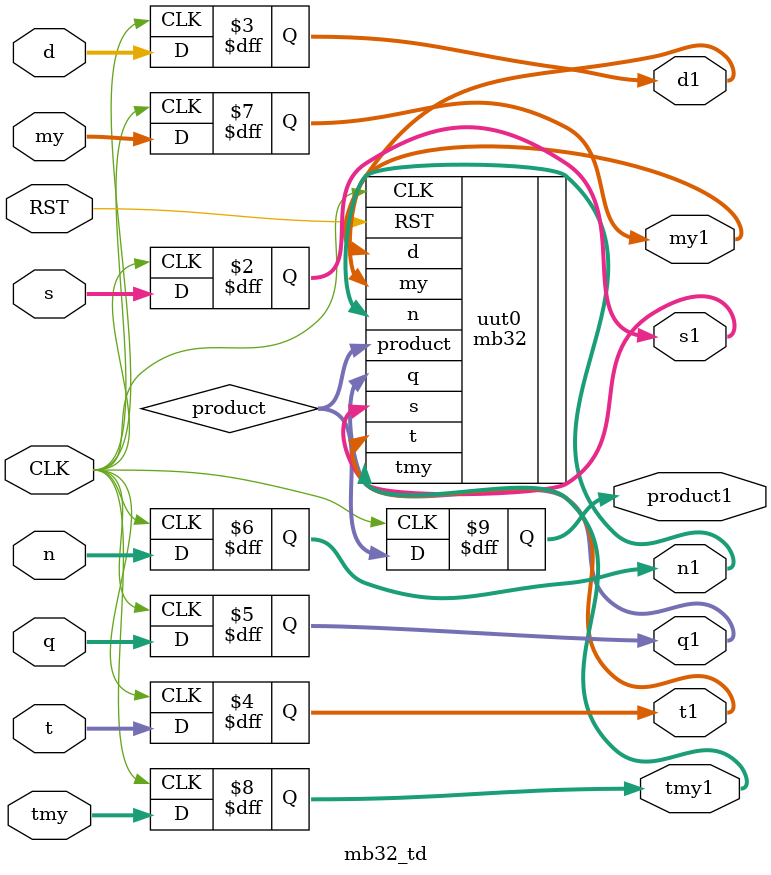
<source format=v>

module mb32_td (s,d,t,q,n,my,tmy,CLK,RST,s1,d1,t1,q1,n1,my1, tmy1, product1);
parameter WIDTH=32;   
parameter group_cnt=(WIDTH>>2)+3; //11bits
input wire [group_cnt-1:0] s;
input wire [group_cnt-1:0] d;
input wire [group_cnt-1:0] t;
input wire [group_cnt-1:0] q;
input wire [group_cnt-1:0] n;
input wire [WIDTH-1:0] my;
input wire [WIDTH+1:0] tmy;
input wire CLK;
input wire RST;
output reg [group_cnt-1:0] s1;
output reg [group_cnt-1:0] d1;
output reg [group_cnt-1:0] t1;
output reg [group_cnt-1:0] q1;
output reg [group_cnt-1:0] n1;
output reg [WIDTH-1:0] my1;
output reg [WIDTH+1:0] tmy1;
output reg [(WIDTH*2)-1:0] product1;

wire [(WIDTH*2)-1:0] product;


always @(posedge CLK) 
begin
s1<=s;
d1<=d;
t1<=t;
q1<=q;
n1<=n;
my1<=my;
tmy1<=tmy;
product1<=product;
//end
end

	mb32 uut0 (
		.s(s1),
		.d(d1),
		.t(t1),
		.q(q1),
		.n(n1), 
		.my(my1),
		.tmy(tmy1),   
		.CLK(CLK),
		.RST(RST),
		.product(product)
	);


endmodule

</source>
